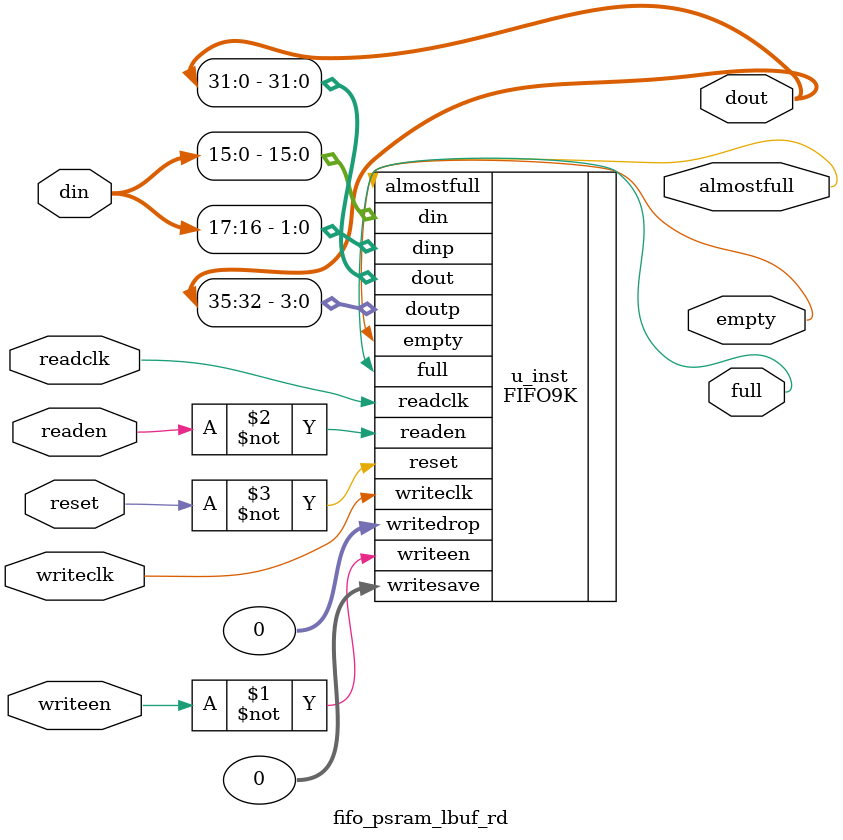
<source format=v>

module fifo_psram_lbuf_rd(
    dout,
    din,
    writeclk,
    readclk,
    writeen,
    readen,
    reset,
    full,
    empty,
    almostfull
);

output [35:0] dout;
input [17:0] din;
input writeclk;
input readclk;
input writeen;
input readen;
input reset;
output full;
output empty;
output almostfull;

FIFO9K #(
        .almostemptyth (8'b00000010),
        .almostfullth (9'b011001000),
        .writewidth (18),
        .readwidth (36),
        .outreg (1'b0),
        .peek (1'b0),
        .readclk_inv (1'b0),
        .writeclk_inv (1'b0),
        .use_parity (1'b1)
)
u_inst (
        .dout (dout[31:0]),
        .doutp (dout[35:32]),
        .din (din[15:0]),
        .dinp (din[17:16]),
        .writeclk (writeclk),
        .readclk (readclk),
        .writeen (~writeen),
        .readen (~readen),
        .reset (~reset),
        .full (full),
        .empty (empty),
        .almostfull (almostfull),
        .writesave (0),
        .writedrop (0)
);

endmodule

// ============================================================
//                  fifo Setting
//
// Warning: This part is read by Fuxi, please don't modify it.
// ============================================================
// Device          : H1D03N0L144C7
// Module          : fifo_psram_lbuf_rd
// IP core         : fifo
// IP Version      : 2

// AlmostEmpty     : false
// AlmostFull      : true
// EmptyAssert     : 3
// EmptyNegate     : 2
// EmptySingle     : 2
// EmptyType       : 0
// FifoType        : hardware
// FullAssert      : 6
// FullNegate      : 4
// FullSingle      : 200
// FullType        : 1
// Fwft            : false
// OverFlow        : false
// PeekMode        : false
// ReadAck         : false
// ReadAddrWidth   : 8
// ReadClr         : false
// ReadCnt         : false
// ReadDataWidth   : 36
// Regout          : false
// RegoutEn        : false
// Simulation Files: 
// Synthesis Files : 
// UnderFlow       : false
// UseHardWare     : true
// WorkMode        : true
// WriteAck        : false
// WriteAddrWidth  : 9
// WriteClr        : false
// WriteCnt        : false
// WriteDataWidth  : 18
// WriteDrop       : false

</source>
